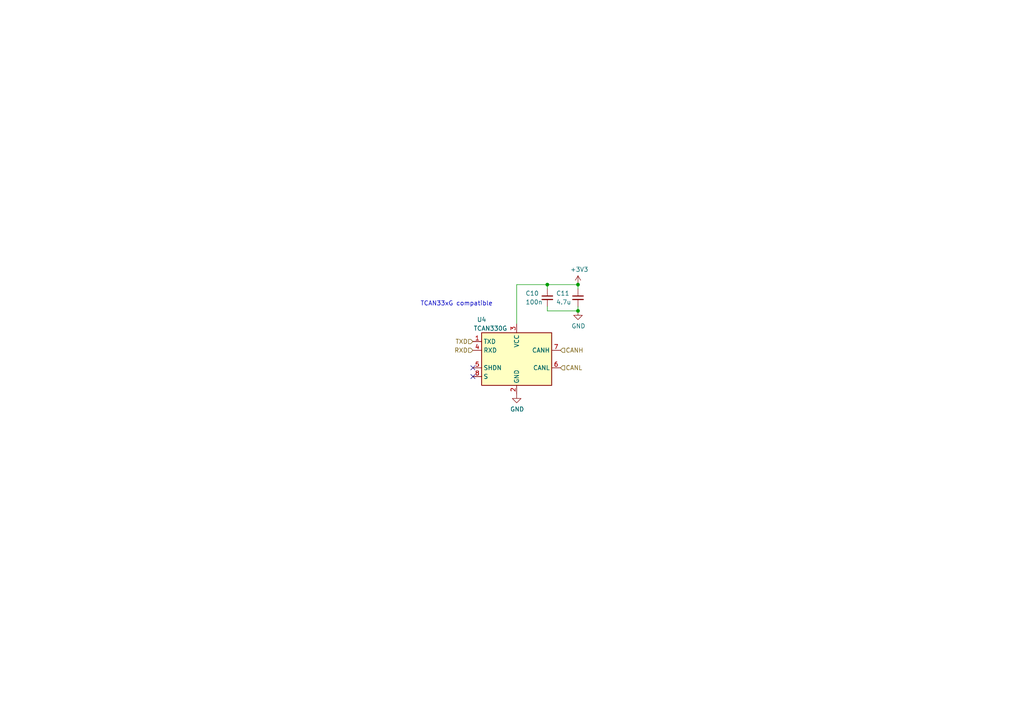
<source format=kicad_sch>
(kicad_sch (version 20211123) (generator eeschema)
  (paper "A4")
  (lib_symbols
    (symbol "Device:C_Small" (pin_numbers hide) (pin_names (offset 0.254) hide)
      (property "Reference" "C" (at 0.254 1.778 0))
      (property "Value" "C_Small" (at 0.254 -2.032 0))
      (symbol "C_Small_0_1"
        (polyline (pts (xy -1.524 -0.508) (xy 1.524 -0.508)) (stroke (width 0.3302)))
        (polyline (pts (xy -1.524 0.508) (xy 1.524 0.508)) (stroke (width 0.3048)))
      )
      (symbol "C_Small_1_1"
        (pin passive line (at 0 2.54 270) (length 2.032) (name "~") (number "1"))
        (pin passive line (at 0 -2.54 90) (length 2.032) (name "~") (number "2"))
      )
    )
    (symbol "Interface_CAN_LIN:TCAN330G"
      (property "Reference" "U" (at -10.16 8.89 0))
      (property "Value" "TCAN330G" (at 2.54 8.89 0))
      (symbol "TCAN330G_0_1"
        (rectangle (start -10.16 7.62) (end 10.16 -7.62) (stroke (width 0.254)) (fill (type background)))
      )
      (symbol "TCAN330G_1_1"
        (pin input line (at -12.7 5.08 0) (length 2.54) (name "TXD") (number "1"))
        (pin power_in line (at 0 -10.16 90) (length 2.54) (name "GND") (number "2"))
        (pin power_in line (at 0 10.16 270) (length 2.54) (name "VCC") (number "3"))
        (pin tri_state line (at -12.7 2.54 0) (length 2.54) (name "RXD") (number "4"))
        (pin input line (at -12.7 -2.54 0) (length 2.54) (name "SHDN") (number "5"))
        (pin bidirectional line (at 12.7 -2.54 180) (length 2.54) (name "CANL") (number "6"))
        (pin bidirectional line (at 12.7 2.54 180) (length 2.54) (name "CANH") (number "7"))
        (pin input line (at -12.7 -5.08 0) (length 2.54) (name "S") (number "8"))
      )
    )
    (symbol "power:+3V3" (power) (pin_names (offset 0))
      (property "Value" "+3V3" (at 0 3.556 0))
      (symbol "+3V3_0_1"
        (polyline (pts (xy -0.762 1.27) (xy 0 2.54)))
        (polyline (pts (xy 0 0) (xy 0 2.54)))
        (polyline (pts (xy 0 2.54) (xy 0.762 1.27)))
      )
      (symbol "+3V3_1_1"
        (pin power_in line (at 0 0 90) (length 0) hide (name "+3V3") (number "1"))
      )
    )
    (symbol "power:GND" (power) (pin_names (offset 0))
      (property "Value" "GND" (at 0 -3.81 0))
      (symbol "GND_0_1"
        (polyline (pts (xy 0 0) (xy 0 -1.27) (xy 1.27 -1.27) (xy 0 -2.54) (xy -1.27 -1.27) (xy 0 -1.27)))
      )
      (symbol "GND_1_1"
        (pin power_in line (at 0 0 270) (length 0) hide (name "GND") (number "1"))
      )
    )
  )
  (junction (at 158.75 82.55))
  (junction (at 167.64 90.17))
  (junction (at 167.64 82.55))
  (no_connect (at 137.16 106.68))
  (no_connect (at 137.16 109.22))
  (wire (pts (xy 167.64 82.55) (xy 167.64 83.82)))
  (wire (pts (xy 158.75 90.17) (xy 167.64 90.17)))
  (wire (pts (xy 149.86 93.98) (xy 149.86 82.55)))
  (wire (pts (xy 149.86 82.55) (xy 158.75 82.55)))
  (wire (pts (xy 158.75 88.9) (xy 158.75 90.17)))
  (wire (pts (xy 158.75 82.55) (xy 167.64 82.55)))
  (wire (pts (xy 167.64 90.17) (xy 167.64 88.9)))
  (wire (pts (xy 158.75 83.82) (xy 158.75 82.55)))
  (text "TCAN33xG compatible" (at 121.92 88.9 0) (effects (font (size 1.27 1.27)) (justify left bottom)))
  (hierarchical_label "TXD" (shape input) (at 137.16 99.06 180))
  (hierarchical_label "CANL" (shape input) (at 162.56 106.68 0))
  (hierarchical_label "RXD" (shape input) (at 137.16 101.6 180))
  (hierarchical_label "CANH" (shape input) (at 162.56 101.6 0))
  (symbol (lib_id "Device:C_Small") (at 158.75 86.36 0) (unit 1)
    (property "Reference" "C10" (at 152.4 85.09 0) (effects (justify left)))
    (property "Value" "100n" (at 152.4 87.63 0) (effects (justify left)))
    (property "Footprint" "Capacitor_SMD:C_0603_1608Metric" (effects hide))
  )
  (symbol (lib_id "Device:C_Small") (at 167.64 86.36 0) (unit 1)
    (property "Reference" "C11" (at 161.29 85.09 0) (effects (justify left)))
    (property "Value" "4.7u" (at 161.29 87.63 0) (effects (justify left)))
    (property "Footprint" "Capacitor_SMD:C_0603_1608Metric" (effects hide))
  )
  (symbol (lib_id "Interface_CAN_LIN:TCAN330G") (at 149.86 104.14 0) (unit 1)
    (property "Reference" "U4" (at 139.7 92.71 0))
    (property "Value" "TCAN330G" (at 142.24 95.25 0))
    (property "Footprint" "Package_SO:SOIC-8_3.9x4.9mm_P1.27mm" (effects hide))
    (property "Datasheet" "http://www.ti.com/lit/ds/symlink/tcan337.pdf" (effects hide))
  )
  (symbol (lib_id "power:+3V3") (at 167.64 82.55 0) (unit 1)
    (property "Reference" "#PWR033" (effects hide))
    (property "Value" "+3V3" (at 168.021 78.1558 0))
  )
  (symbol (lib_id "power:GND") (at 149.86 114.3 0) (unit 1)
    (property "Reference" "#PWR032" (effects hide))
    (property "Value" "GND" (at 149.987 118.6942 0))
  )
  (symbol (lib_id "power:GND") (at 167.64 90.17 0) (unit 1)
    (property "Reference" "#PWR034" (effects hide))
    (property "Value" "GND" (at 167.767 94.5642 0))
  )
)
</source>
